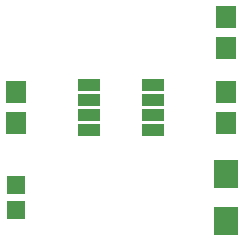
<source format=gts>
G04 #@! TF.FileFunction,Soldermask,Top*
%FSLAX46Y46*%
G04 Gerber Fmt 4.6, Leading zero omitted, Abs format (unit mm)*
G04 Created by KiCad (PCBNEW 4.0.2-stable) date Sunday, June 19, 2016 'PMt' 09:02:22 PM*
%MOMM*%
G01*
G04 APERTURE LIST*
%ADD10C,0.100000*%
%ADD11R,2.000000X2.400000*%
%ADD12R,1.598880X1.598880*%
%ADD13R,1.700000X1.900000*%
%ADD14R,1.950000X1.000000*%
G04 APERTURE END LIST*
D10*
D11*
X148590000Y-104680000D03*
X148590000Y-108680000D03*
D12*
X130810000Y-105630980D03*
X130810000Y-107729020D03*
D13*
X148590000Y-91360000D03*
X148590000Y-94060000D03*
X148590000Y-97710000D03*
X148590000Y-100410000D03*
X130810000Y-97710000D03*
X130810000Y-100410000D03*
D14*
X137000000Y-97155000D03*
X137000000Y-98425000D03*
X137000000Y-99695000D03*
X137000000Y-100965000D03*
X142400000Y-100965000D03*
X142400000Y-99695000D03*
X142400000Y-98425000D03*
X142400000Y-97155000D03*
M02*

</source>
